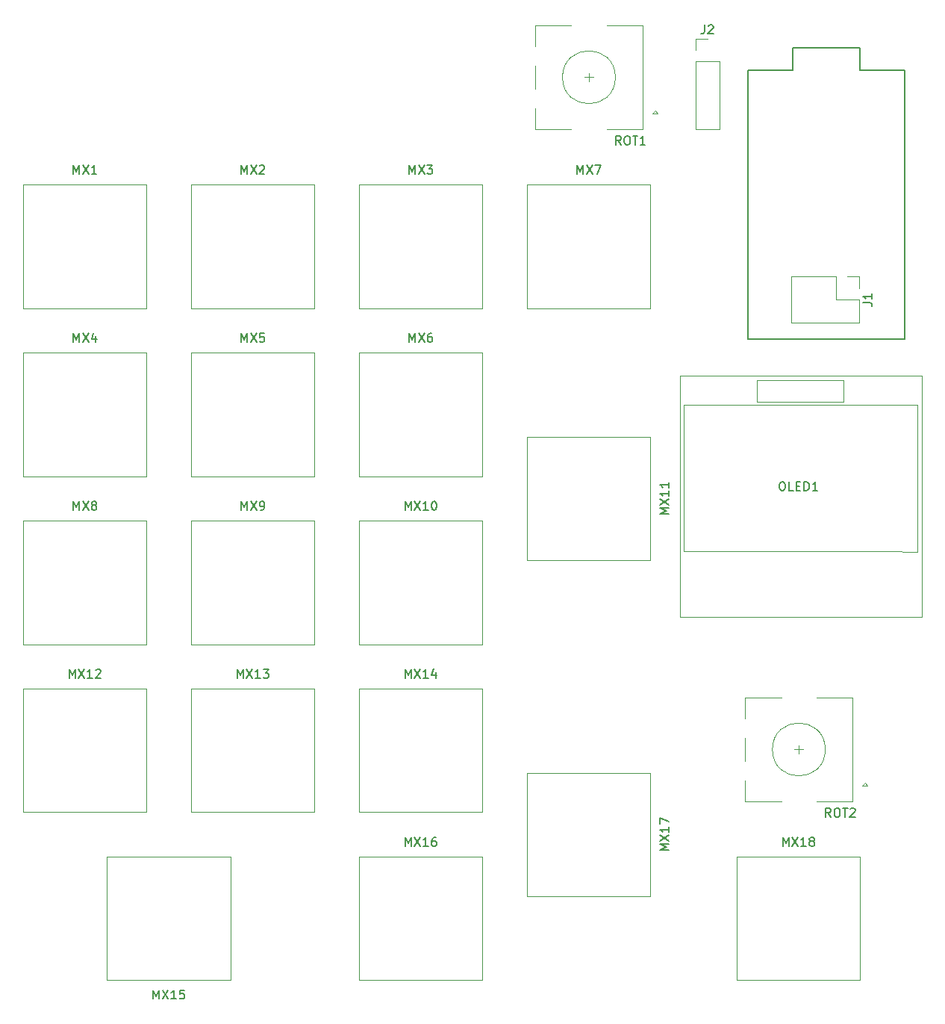
<source format=gto>
%TF.GenerationSoftware,KiCad,Pcbnew,(5.1.10)-1*%
%TF.CreationDate,2021-11-21T22:57:30-05:00*%
%TF.ProjectId,numpad,6e756d70-6164-42e6-9b69-6361645f7063,rev?*%
%TF.SameCoordinates,Original*%
%TF.FileFunction,Legend,Top*%
%TF.FilePolarity,Positive*%
%FSLAX46Y46*%
G04 Gerber Fmt 4.6, Leading zero omitted, Abs format (unit mm)*
G04 Created by KiCad (PCBNEW (5.1.10)-1) date 2021-11-21 22:57:30*
%MOMM*%
%LPD*%
G01*
G04 APERTURE LIST*
%ADD10C,0.120000*%
%ADD11C,0.150000*%
%ADD12C,3.050000*%
%ADD13C,4.000000*%
%ADD14C,3.000000*%
%ADD15C,1.750000*%
%ADD16C,6.400000*%
%ADD17C,1.600000*%
%ADD18R,1.600000X1.600000*%
%ADD19O,1.700000X1.700000*%
%ADD20R,1.700000X1.700000*%
%ADD21R,2.000000X2.000000*%
%ADD22C,2.000000*%
%ADD23R,3.200000X2.000000*%
%ADD24O,1.600000X2.000000*%
G04 APERTURE END LIST*
D10*
%TO.C,MX17*%
X153040800Y-148565200D02*
X139040800Y-148565200D01*
X153040800Y-148565200D02*
X153040800Y-162565200D01*
X153040800Y-162565200D02*
X139040800Y-162565200D01*
X139040800Y-162565200D02*
X139040800Y-148565200D01*
%TO.C,MX15*%
X105418800Y-172089600D02*
X105418800Y-158089600D01*
X105418800Y-172089600D02*
X91418800Y-172089600D01*
X91418800Y-172089600D02*
X91418800Y-158089600D01*
X91418800Y-158089600D02*
X105418800Y-158089600D01*
%TO.C,MX11*%
X153040800Y-110467600D02*
X139040800Y-110467600D01*
X153040800Y-110467600D02*
X153040800Y-124467600D01*
X153040800Y-124467600D02*
X139040800Y-124467600D01*
X139040800Y-124467600D02*
X139040800Y-110467600D01*
D11*
%TO.C,U1*%
X164136600Y-68892200D02*
X164136600Y-99372200D01*
X164136600Y-68892200D02*
X169216600Y-68892200D01*
X169216600Y-68892200D02*
X169216600Y-66352200D01*
X169216600Y-66352200D02*
X176836600Y-66352200D01*
X176836600Y-66352200D02*
X176836600Y-68892200D01*
X176836600Y-68892200D02*
X181916600Y-68892200D01*
X181916600Y-68892200D02*
X181916600Y-99372200D01*
X181916600Y-99372200D02*
X164136600Y-99372200D01*
D10*
%TO.C,MX18*%
X176851800Y-172089600D02*
X162851800Y-172089600D01*
X176851800Y-158089600D02*
X176851800Y-172089600D01*
X162851800Y-158089600D02*
X176851800Y-158089600D01*
X162851800Y-158089600D02*
X162851800Y-172089600D01*
%TO.C,MX16*%
X133992000Y-172089600D02*
X119992000Y-172089600D01*
X133992000Y-158089600D02*
X133992000Y-172089600D01*
X119992000Y-158089600D02*
X133992000Y-158089600D01*
X119992000Y-158089600D02*
X119992000Y-172089600D01*
%TO.C,MX10*%
X133992000Y-133992000D02*
X119992000Y-133992000D01*
X133992000Y-119992000D02*
X133992000Y-133992000D01*
X119992000Y-119992000D02*
X133992000Y-119992000D01*
X119992000Y-119992000D02*
X119992000Y-133992000D01*
%TO.C,MX9*%
X114943200Y-133992000D02*
X100943200Y-133992000D01*
X114943200Y-119992000D02*
X114943200Y-133992000D01*
X100943200Y-119992000D02*
X114943200Y-119992000D01*
X100943200Y-119992000D02*
X100943200Y-133992000D01*
%TO.C,MX8*%
X95894400Y-133992000D02*
X81894400Y-133992000D01*
X95894400Y-119992000D02*
X95894400Y-133992000D01*
X81894400Y-119992000D02*
X95894400Y-119992000D01*
X81894400Y-119992000D02*
X81894400Y-133992000D01*
%TO.C,MX7*%
X153040800Y-95894400D02*
X139040800Y-95894400D01*
X153040800Y-81894400D02*
X153040800Y-95894400D01*
X139040800Y-81894400D02*
X153040800Y-81894400D01*
X139040800Y-81894400D02*
X139040800Y-95894400D01*
%TO.C,MX3*%
X133992000Y-95894400D02*
X119992000Y-95894400D01*
X133992000Y-81894400D02*
X133992000Y-95894400D01*
X119992000Y-81894400D02*
X133992000Y-81894400D01*
X119992000Y-81894400D02*
X119992000Y-95894400D01*
%TO.C,MX2*%
X114943200Y-95894400D02*
X100943200Y-95894400D01*
X114943200Y-81894400D02*
X114943200Y-95894400D01*
X100943200Y-81894400D02*
X114943200Y-81894400D01*
X100943200Y-81894400D02*
X100943200Y-95894400D01*
%TO.C,MX1*%
X95894400Y-95894400D02*
X81894400Y-95894400D01*
X95894400Y-81894400D02*
X95894400Y-95894400D01*
X81894400Y-81894400D02*
X95894400Y-81894400D01*
X81894400Y-81894400D02*
X81894400Y-95894400D01*
%TO.C,MX4*%
X95894400Y-114943200D02*
X81894400Y-114943200D01*
X95894400Y-100943200D02*
X95894400Y-114943200D01*
X81894400Y-100943200D02*
X95894400Y-100943200D01*
X81894400Y-100943200D02*
X81894400Y-114943200D01*
%TO.C,MX14*%
X133992000Y-153040800D02*
X119992000Y-153040800D01*
X133992000Y-139040800D02*
X133992000Y-153040800D01*
X119992000Y-139040800D02*
X133992000Y-139040800D01*
X119992000Y-139040800D02*
X119992000Y-153040800D01*
%TO.C,MX13*%
X114943200Y-153040800D02*
X100943200Y-153040800D01*
X114943200Y-139040800D02*
X114943200Y-153040800D01*
X100943200Y-139040800D02*
X114943200Y-139040800D01*
X100943200Y-139040800D02*
X100943200Y-153040800D01*
%TO.C,MX12*%
X95894400Y-153040800D02*
X81894400Y-153040800D01*
X95894400Y-139040800D02*
X95894400Y-153040800D01*
X81894400Y-139040800D02*
X95894400Y-139040800D01*
X81894400Y-139040800D02*
X81894400Y-153040800D01*
%TO.C,MX6*%
X133992000Y-114943200D02*
X119992000Y-114943200D01*
X133992000Y-100943200D02*
X133992000Y-114943200D01*
X119992000Y-100943200D02*
X133992000Y-100943200D01*
X119992000Y-100943200D02*
X119992000Y-114943200D01*
%TO.C,MX5*%
X114943200Y-114943200D02*
X100943200Y-114943200D01*
X114943200Y-100943200D02*
X114943200Y-114943200D01*
X100943200Y-100943200D02*
X114943200Y-100943200D01*
X100943200Y-100943200D02*
X100943200Y-114943200D01*
%TO.C,J2*%
X158203700Y-75620800D02*
X160863700Y-75620800D01*
X158203700Y-67940800D02*
X158203700Y-75620800D01*
X160863700Y-67940800D02*
X160863700Y-75620800D01*
X158203700Y-67940800D02*
X160863700Y-67940800D01*
X158203700Y-66670800D02*
X158203700Y-65340800D01*
X158203700Y-65340800D02*
X159533700Y-65340800D01*
%TO.C,J1*%
X168997700Y-92326600D02*
X168997700Y-97526600D01*
X174137700Y-92326600D02*
X168997700Y-92326600D01*
X176737700Y-97526600D02*
X168997700Y-97526600D01*
X174137700Y-92326600D02*
X174137700Y-94926600D01*
X174137700Y-94926600D02*
X176737700Y-94926600D01*
X176737700Y-94926600D02*
X176737700Y-97526600D01*
X175407700Y-92326600D02*
X176737700Y-92326600D01*
X176737700Y-92326600D02*
X176737700Y-93656600D01*
%TO.C,ROT2*%
X170391950Y-145921900D02*
X169391950Y-145921900D01*
X169891950Y-146421900D02*
X169891950Y-145421900D01*
X163791950Y-142421900D02*
X163791950Y-140021900D01*
X163791950Y-147221900D02*
X163791950Y-144621900D01*
X163791950Y-151821900D02*
X163791950Y-149421900D01*
X177091950Y-150021900D02*
X177391950Y-149721900D01*
X177691950Y-150021900D02*
X177091950Y-150021900D01*
X177391950Y-149721900D02*
X177691950Y-150021900D01*
X175991950Y-151821900D02*
X175991950Y-140021900D01*
X171891950Y-151821900D02*
X175991950Y-151821900D01*
X171891950Y-140021900D02*
X175991950Y-140021900D01*
X163791950Y-140021900D02*
X167891950Y-140021900D01*
X167891950Y-151821900D02*
X163791950Y-151821900D01*
X172891950Y-145921900D02*
G75*
G03*
X172891950Y-145921900I-3000000J0D01*
G01*
%TO.C,ROT1*%
X146580950Y-69726700D02*
X145580950Y-69726700D01*
X146080950Y-70226700D02*
X146080950Y-69226700D01*
X139980950Y-66226700D02*
X139980950Y-63826700D01*
X139980950Y-71026700D02*
X139980950Y-68426700D01*
X139980950Y-75626700D02*
X139980950Y-73226700D01*
X153280950Y-73826700D02*
X153580950Y-73526700D01*
X153880950Y-73826700D02*
X153280950Y-73826700D01*
X153580950Y-73526700D02*
X153880950Y-73826700D01*
X152180950Y-75626700D02*
X152180950Y-63826700D01*
X148080950Y-75626700D02*
X152180950Y-75626700D01*
X148080950Y-63826700D02*
X152180950Y-63826700D01*
X139980950Y-63826700D02*
X144080950Y-63826700D01*
X144080950Y-75626700D02*
X139980950Y-75626700D01*
X149080950Y-69726700D02*
G75*
G03*
X149080950Y-69726700I-3000000J0D01*
G01*
%TO.C,OLED1*%
X183313800Y-106863200D02*
X183059800Y-106875200D01*
X183313800Y-123500200D02*
X183313800Y-106863200D01*
X179973800Y-123475200D02*
X183313800Y-123500200D01*
X179973800Y-106875200D02*
X183059800Y-106875200D01*
X165152800Y-104069200D02*
X165152800Y-106482200D01*
X174931800Y-106482200D02*
X165152800Y-106482200D01*
X174931800Y-104069200D02*
X174931800Y-106482200D01*
X165152800Y-104069200D02*
X174931800Y-104069200D01*
X156873800Y-106875200D02*
X179973800Y-106875200D01*
X156873800Y-123475200D02*
X156873800Y-106875200D01*
X179973800Y-123475200D02*
X156873800Y-123475200D01*
X156451800Y-130880200D02*
X156451800Y-103580200D01*
X183851800Y-130880200D02*
X156451800Y-130880200D01*
X183851800Y-103580200D02*
X183851800Y-130880200D01*
X156451800Y-103580200D02*
X183851800Y-103580200D01*
%TO.C,MX17*%
D11*
X155155680Y-157327104D02*
X154155680Y-157327104D01*
X154869966Y-156993771D01*
X154155680Y-156660438D01*
X155155680Y-156660438D01*
X154155680Y-156279485D02*
X155155680Y-155612819D01*
X154155680Y-155612819D02*
X155155680Y-156279485D01*
X155155680Y-154708057D02*
X155155680Y-155279485D01*
X155155680Y-154993771D02*
X154155680Y-154993771D01*
X154298538Y-155089009D01*
X154393776Y-155184247D01*
X154441395Y-155279485D01*
X154155680Y-154374723D02*
X154155680Y-153708057D01*
X155155680Y-154136628D01*
%TO.C,MX15*%
X96656895Y-174204480D02*
X96656895Y-173204480D01*
X96990228Y-173918766D01*
X97323561Y-173204480D01*
X97323561Y-174204480D01*
X97704514Y-173204480D02*
X98371180Y-174204480D01*
X98371180Y-173204480D02*
X97704514Y-174204480D01*
X99275942Y-174204480D02*
X98704514Y-174204480D01*
X98990228Y-174204480D02*
X98990228Y-173204480D01*
X98894990Y-173347338D01*
X98799752Y-173442576D01*
X98704514Y-173490195D01*
X100180704Y-173204480D02*
X99704514Y-173204480D01*
X99656895Y-173680671D01*
X99704514Y-173633052D01*
X99799752Y-173585433D01*
X100037847Y-173585433D01*
X100133085Y-173633052D01*
X100180704Y-173680671D01*
X100228323Y-173775909D01*
X100228323Y-174014004D01*
X100180704Y-174109242D01*
X100133085Y-174156861D01*
X100037847Y-174204480D01*
X99799752Y-174204480D01*
X99704514Y-174156861D01*
X99656895Y-174109242D01*
%TO.C,MX11*%
X155155680Y-119229504D02*
X154155680Y-119229504D01*
X154869966Y-118896171D01*
X154155680Y-118562838D01*
X155155680Y-118562838D01*
X154155680Y-118181885D02*
X155155680Y-117515219D01*
X154155680Y-117515219D02*
X155155680Y-118181885D01*
X155155680Y-116610457D02*
X155155680Y-117181885D01*
X155155680Y-116896171D02*
X154155680Y-116896171D01*
X154298538Y-116991409D01*
X154393776Y-117086647D01*
X154441395Y-117181885D01*
X155155680Y-115658076D02*
X155155680Y-116229504D01*
X155155680Y-115943790D02*
X154155680Y-115943790D01*
X154298538Y-116039028D01*
X154393776Y-116134266D01*
X154441395Y-116229504D01*
%TO.C,MX18*%
X168089895Y-156879480D02*
X168089895Y-155879480D01*
X168423228Y-156593766D01*
X168756561Y-155879480D01*
X168756561Y-156879480D01*
X169137514Y-155879480D02*
X169804180Y-156879480D01*
X169804180Y-155879480D02*
X169137514Y-156879480D01*
X170708942Y-156879480D02*
X170137514Y-156879480D01*
X170423228Y-156879480D02*
X170423228Y-155879480D01*
X170327990Y-156022338D01*
X170232752Y-156117576D01*
X170137514Y-156165195D01*
X171280371Y-156308052D02*
X171185133Y-156260433D01*
X171137514Y-156212814D01*
X171089895Y-156117576D01*
X171089895Y-156069957D01*
X171137514Y-155974719D01*
X171185133Y-155927100D01*
X171280371Y-155879480D01*
X171470847Y-155879480D01*
X171566085Y-155927100D01*
X171613704Y-155974719D01*
X171661323Y-156069957D01*
X171661323Y-156117576D01*
X171613704Y-156212814D01*
X171566085Y-156260433D01*
X171470847Y-156308052D01*
X171280371Y-156308052D01*
X171185133Y-156355671D01*
X171137514Y-156403290D01*
X171089895Y-156498528D01*
X171089895Y-156689004D01*
X171137514Y-156784242D01*
X171185133Y-156831861D01*
X171280371Y-156879480D01*
X171470847Y-156879480D01*
X171566085Y-156831861D01*
X171613704Y-156784242D01*
X171661323Y-156689004D01*
X171661323Y-156498528D01*
X171613704Y-156403290D01*
X171566085Y-156355671D01*
X171470847Y-156308052D01*
%TO.C,MX16*%
X125230095Y-156879480D02*
X125230095Y-155879480D01*
X125563428Y-156593766D01*
X125896761Y-155879480D01*
X125896761Y-156879480D01*
X126277714Y-155879480D02*
X126944380Y-156879480D01*
X126944380Y-155879480D02*
X126277714Y-156879480D01*
X127849142Y-156879480D02*
X127277714Y-156879480D01*
X127563428Y-156879480D02*
X127563428Y-155879480D01*
X127468190Y-156022338D01*
X127372952Y-156117576D01*
X127277714Y-156165195D01*
X128706285Y-155879480D02*
X128515809Y-155879480D01*
X128420571Y-155927100D01*
X128372952Y-155974719D01*
X128277714Y-156117576D01*
X128230095Y-156308052D01*
X128230095Y-156689004D01*
X128277714Y-156784242D01*
X128325333Y-156831861D01*
X128420571Y-156879480D01*
X128611047Y-156879480D01*
X128706285Y-156831861D01*
X128753904Y-156784242D01*
X128801523Y-156689004D01*
X128801523Y-156450909D01*
X128753904Y-156355671D01*
X128706285Y-156308052D01*
X128611047Y-156260433D01*
X128420571Y-156260433D01*
X128325333Y-156308052D01*
X128277714Y-156355671D01*
X128230095Y-156450909D01*
%TO.C,MX10*%
X125230095Y-118781880D02*
X125230095Y-117781880D01*
X125563428Y-118496166D01*
X125896761Y-117781880D01*
X125896761Y-118781880D01*
X126277714Y-117781880D02*
X126944380Y-118781880D01*
X126944380Y-117781880D02*
X126277714Y-118781880D01*
X127849142Y-118781880D02*
X127277714Y-118781880D01*
X127563428Y-118781880D02*
X127563428Y-117781880D01*
X127468190Y-117924738D01*
X127372952Y-118019976D01*
X127277714Y-118067595D01*
X128468190Y-117781880D02*
X128563428Y-117781880D01*
X128658666Y-117829500D01*
X128706285Y-117877119D01*
X128753904Y-117972357D01*
X128801523Y-118162833D01*
X128801523Y-118400928D01*
X128753904Y-118591404D01*
X128706285Y-118686642D01*
X128658666Y-118734261D01*
X128563428Y-118781880D01*
X128468190Y-118781880D01*
X128372952Y-118734261D01*
X128325333Y-118686642D01*
X128277714Y-118591404D01*
X128230095Y-118400928D01*
X128230095Y-118162833D01*
X128277714Y-117972357D01*
X128325333Y-117877119D01*
X128372952Y-117829500D01*
X128468190Y-117781880D01*
%TO.C,MX9*%
X106657485Y-118781880D02*
X106657485Y-117781880D01*
X106990819Y-118496166D01*
X107324152Y-117781880D01*
X107324152Y-118781880D01*
X107705104Y-117781880D02*
X108371771Y-118781880D01*
X108371771Y-117781880D02*
X107705104Y-118781880D01*
X108800342Y-118781880D02*
X108990819Y-118781880D01*
X109086057Y-118734261D01*
X109133676Y-118686642D01*
X109228914Y-118543785D01*
X109276533Y-118353309D01*
X109276533Y-117972357D01*
X109228914Y-117877119D01*
X109181295Y-117829500D01*
X109086057Y-117781880D01*
X108895580Y-117781880D01*
X108800342Y-117829500D01*
X108752723Y-117877119D01*
X108705104Y-117972357D01*
X108705104Y-118210452D01*
X108752723Y-118305690D01*
X108800342Y-118353309D01*
X108895580Y-118400928D01*
X109086057Y-118400928D01*
X109181295Y-118353309D01*
X109228914Y-118305690D01*
X109276533Y-118210452D01*
%TO.C,MX8*%
X87608685Y-118781880D02*
X87608685Y-117781880D01*
X87942019Y-118496166D01*
X88275352Y-117781880D01*
X88275352Y-118781880D01*
X88656304Y-117781880D02*
X89322971Y-118781880D01*
X89322971Y-117781880D02*
X88656304Y-118781880D01*
X89846780Y-118210452D02*
X89751542Y-118162833D01*
X89703923Y-118115214D01*
X89656304Y-118019976D01*
X89656304Y-117972357D01*
X89703923Y-117877119D01*
X89751542Y-117829500D01*
X89846780Y-117781880D01*
X90037257Y-117781880D01*
X90132495Y-117829500D01*
X90180114Y-117877119D01*
X90227733Y-117972357D01*
X90227733Y-118019976D01*
X90180114Y-118115214D01*
X90132495Y-118162833D01*
X90037257Y-118210452D01*
X89846780Y-118210452D01*
X89751542Y-118258071D01*
X89703923Y-118305690D01*
X89656304Y-118400928D01*
X89656304Y-118591404D01*
X89703923Y-118686642D01*
X89751542Y-118734261D01*
X89846780Y-118781880D01*
X90037257Y-118781880D01*
X90132495Y-118734261D01*
X90180114Y-118686642D01*
X90227733Y-118591404D01*
X90227733Y-118400928D01*
X90180114Y-118305690D01*
X90132495Y-118258071D01*
X90037257Y-118210452D01*
%TO.C,MX7*%
X144755085Y-80684280D02*
X144755085Y-79684280D01*
X145088419Y-80398566D01*
X145421752Y-79684280D01*
X145421752Y-80684280D01*
X145802704Y-79684280D02*
X146469371Y-80684280D01*
X146469371Y-79684280D02*
X145802704Y-80684280D01*
X146755085Y-79684280D02*
X147421752Y-79684280D01*
X146993180Y-80684280D01*
%TO.C,MX3*%
X125706285Y-80684280D02*
X125706285Y-79684280D01*
X126039619Y-80398566D01*
X126372952Y-79684280D01*
X126372952Y-80684280D01*
X126753904Y-79684280D02*
X127420571Y-80684280D01*
X127420571Y-79684280D02*
X126753904Y-80684280D01*
X127706285Y-79684280D02*
X128325333Y-79684280D01*
X127992000Y-80065233D01*
X128134857Y-80065233D01*
X128230095Y-80112852D01*
X128277714Y-80160471D01*
X128325333Y-80255709D01*
X128325333Y-80493804D01*
X128277714Y-80589042D01*
X128230095Y-80636661D01*
X128134857Y-80684280D01*
X127849142Y-80684280D01*
X127753904Y-80636661D01*
X127706285Y-80589042D01*
%TO.C,MX2*%
X106657485Y-80684280D02*
X106657485Y-79684280D01*
X106990819Y-80398566D01*
X107324152Y-79684280D01*
X107324152Y-80684280D01*
X107705104Y-79684280D02*
X108371771Y-80684280D01*
X108371771Y-79684280D02*
X107705104Y-80684280D01*
X108705104Y-79779519D02*
X108752723Y-79731900D01*
X108847961Y-79684280D01*
X109086057Y-79684280D01*
X109181295Y-79731900D01*
X109228914Y-79779519D01*
X109276533Y-79874757D01*
X109276533Y-79969995D01*
X109228914Y-80112852D01*
X108657485Y-80684280D01*
X109276533Y-80684280D01*
%TO.C,MX1*%
X87608685Y-80684280D02*
X87608685Y-79684280D01*
X87942019Y-80398566D01*
X88275352Y-79684280D01*
X88275352Y-80684280D01*
X88656304Y-79684280D02*
X89322971Y-80684280D01*
X89322971Y-79684280D02*
X88656304Y-80684280D01*
X90227733Y-80684280D02*
X89656304Y-80684280D01*
X89942019Y-80684280D02*
X89942019Y-79684280D01*
X89846780Y-79827138D01*
X89751542Y-79922376D01*
X89656304Y-79969995D01*
%TO.C,MX4*%
X87608685Y-99733080D02*
X87608685Y-98733080D01*
X87942019Y-99447366D01*
X88275352Y-98733080D01*
X88275352Y-99733080D01*
X88656304Y-98733080D02*
X89322971Y-99733080D01*
X89322971Y-98733080D02*
X88656304Y-99733080D01*
X90132495Y-99066414D02*
X90132495Y-99733080D01*
X89894400Y-98685461D02*
X89656304Y-99399747D01*
X90275352Y-99399747D01*
%TO.C,MX14*%
X125230095Y-137830680D02*
X125230095Y-136830680D01*
X125563428Y-137544966D01*
X125896761Y-136830680D01*
X125896761Y-137830680D01*
X126277714Y-136830680D02*
X126944380Y-137830680D01*
X126944380Y-136830680D02*
X126277714Y-137830680D01*
X127849142Y-137830680D02*
X127277714Y-137830680D01*
X127563428Y-137830680D02*
X127563428Y-136830680D01*
X127468190Y-136973538D01*
X127372952Y-137068776D01*
X127277714Y-137116395D01*
X128706285Y-137164014D02*
X128706285Y-137830680D01*
X128468190Y-136783061D02*
X128230095Y-137497347D01*
X128849142Y-137497347D01*
%TO.C,MX13*%
X106181295Y-137830680D02*
X106181295Y-136830680D01*
X106514628Y-137544966D01*
X106847961Y-136830680D01*
X106847961Y-137830680D01*
X107228914Y-136830680D02*
X107895580Y-137830680D01*
X107895580Y-136830680D02*
X107228914Y-137830680D01*
X108800342Y-137830680D02*
X108228914Y-137830680D01*
X108514628Y-137830680D02*
X108514628Y-136830680D01*
X108419390Y-136973538D01*
X108324152Y-137068776D01*
X108228914Y-137116395D01*
X109133676Y-136830680D02*
X109752723Y-136830680D01*
X109419390Y-137211633D01*
X109562247Y-137211633D01*
X109657485Y-137259252D01*
X109705104Y-137306871D01*
X109752723Y-137402109D01*
X109752723Y-137640204D01*
X109705104Y-137735442D01*
X109657485Y-137783061D01*
X109562247Y-137830680D01*
X109276533Y-137830680D01*
X109181295Y-137783061D01*
X109133676Y-137735442D01*
%TO.C,MX12*%
X87132495Y-137830680D02*
X87132495Y-136830680D01*
X87465828Y-137544966D01*
X87799161Y-136830680D01*
X87799161Y-137830680D01*
X88180114Y-136830680D02*
X88846780Y-137830680D01*
X88846780Y-136830680D02*
X88180114Y-137830680D01*
X89751542Y-137830680D02*
X89180114Y-137830680D01*
X89465828Y-137830680D02*
X89465828Y-136830680D01*
X89370590Y-136973538D01*
X89275352Y-137068776D01*
X89180114Y-137116395D01*
X90132495Y-136925919D02*
X90180114Y-136878300D01*
X90275352Y-136830680D01*
X90513447Y-136830680D01*
X90608685Y-136878300D01*
X90656304Y-136925919D01*
X90703923Y-137021157D01*
X90703923Y-137116395D01*
X90656304Y-137259252D01*
X90084876Y-137830680D01*
X90703923Y-137830680D01*
%TO.C,MX6*%
X125706285Y-99733080D02*
X125706285Y-98733080D01*
X126039619Y-99447366D01*
X126372952Y-98733080D01*
X126372952Y-99733080D01*
X126753904Y-98733080D02*
X127420571Y-99733080D01*
X127420571Y-98733080D02*
X126753904Y-99733080D01*
X128230095Y-98733080D02*
X128039619Y-98733080D01*
X127944380Y-98780700D01*
X127896761Y-98828319D01*
X127801523Y-98971176D01*
X127753904Y-99161652D01*
X127753904Y-99542604D01*
X127801523Y-99637842D01*
X127849142Y-99685461D01*
X127944380Y-99733080D01*
X128134857Y-99733080D01*
X128230095Y-99685461D01*
X128277714Y-99637842D01*
X128325333Y-99542604D01*
X128325333Y-99304509D01*
X128277714Y-99209271D01*
X128230095Y-99161652D01*
X128134857Y-99114033D01*
X127944380Y-99114033D01*
X127849142Y-99161652D01*
X127801523Y-99209271D01*
X127753904Y-99304509D01*
%TO.C,MX5*%
X106657485Y-99733080D02*
X106657485Y-98733080D01*
X106990819Y-99447366D01*
X107324152Y-98733080D01*
X107324152Y-99733080D01*
X107705104Y-98733080D02*
X108371771Y-99733080D01*
X108371771Y-98733080D02*
X107705104Y-99733080D01*
X109228914Y-98733080D02*
X108752723Y-98733080D01*
X108705104Y-99209271D01*
X108752723Y-99161652D01*
X108847961Y-99114033D01*
X109086057Y-99114033D01*
X109181295Y-99161652D01*
X109228914Y-99209271D01*
X109276533Y-99304509D01*
X109276533Y-99542604D01*
X109228914Y-99637842D01*
X109181295Y-99685461D01*
X109086057Y-99733080D01*
X108847961Y-99733080D01*
X108752723Y-99685461D01*
X108705104Y-99637842D01*
%TO.C,J2*%
X159200366Y-63793180D02*
X159200366Y-64507466D01*
X159152747Y-64650323D01*
X159057509Y-64745561D01*
X158914652Y-64793180D01*
X158819414Y-64793180D01*
X159628938Y-63888419D02*
X159676557Y-63840800D01*
X159771795Y-63793180D01*
X160009890Y-63793180D01*
X160105128Y-63840800D01*
X160152747Y-63888419D01*
X160200366Y-63983657D01*
X160200366Y-64078895D01*
X160152747Y-64221752D01*
X159581319Y-64793180D01*
X160200366Y-64793180D01*
%TO.C,J1*%
X177190080Y-95259933D02*
X177904366Y-95259933D01*
X178047223Y-95307552D01*
X178142461Y-95402790D01*
X178190080Y-95545647D01*
X178190080Y-95640885D01*
X178190080Y-94259933D02*
X178190080Y-94831361D01*
X178190080Y-94545647D02*
X177190080Y-94545647D01*
X177332938Y-94640885D01*
X177428176Y-94736123D01*
X177475795Y-94831361D01*
%TO.C,ROT2*%
X173520521Y-153574280D02*
X173187188Y-153098090D01*
X172949092Y-153574280D02*
X172949092Y-152574280D01*
X173330045Y-152574280D01*
X173425283Y-152621900D01*
X173472902Y-152669519D01*
X173520521Y-152764757D01*
X173520521Y-152907614D01*
X173472902Y-153002852D01*
X173425283Y-153050471D01*
X173330045Y-153098090D01*
X172949092Y-153098090D01*
X174139569Y-152574280D02*
X174330045Y-152574280D01*
X174425283Y-152621900D01*
X174520521Y-152717138D01*
X174568140Y-152907614D01*
X174568140Y-153240947D01*
X174520521Y-153431423D01*
X174425283Y-153526661D01*
X174330045Y-153574280D01*
X174139569Y-153574280D01*
X174044330Y-153526661D01*
X173949092Y-153431423D01*
X173901473Y-153240947D01*
X173901473Y-152907614D01*
X173949092Y-152717138D01*
X174044330Y-152621900D01*
X174139569Y-152574280D01*
X174853854Y-152574280D02*
X175425283Y-152574280D01*
X175139569Y-153574280D02*
X175139569Y-152574280D01*
X175710997Y-152669519D02*
X175758616Y-152621900D01*
X175853854Y-152574280D01*
X176091950Y-152574280D01*
X176187188Y-152621900D01*
X176234807Y-152669519D01*
X176282426Y-152764757D01*
X176282426Y-152859995D01*
X176234807Y-153002852D01*
X175663378Y-153574280D01*
X176282426Y-153574280D01*
%TO.C,ROT1*%
X149709521Y-77379080D02*
X149376188Y-76902890D01*
X149138092Y-77379080D02*
X149138092Y-76379080D01*
X149519045Y-76379080D01*
X149614283Y-76426700D01*
X149661902Y-76474319D01*
X149709521Y-76569557D01*
X149709521Y-76712414D01*
X149661902Y-76807652D01*
X149614283Y-76855271D01*
X149519045Y-76902890D01*
X149138092Y-76902890D01*
X150328569Y-76379080D02*
X150519045Y-76379080D01*
X150614283Y-76426700D01*
X150709521Y-76521938D01*
X150757140Y-76712414D01*
X150757140Y-77045747D01*
X150709521Y-77236223D01*
X150614283Y-77331461D01*
X150519045Y-77379080D01*
X150328569Y-77379080D01*
X150233330Y-77331461D01*
X150138092Y-77236223D01*
X150090473Y-77045747D01*
X150090473Y-76712414D01*
X150138092Y-76521938D01*
X150233330Y-76426700D01*
X150328569Y-76379080D01*
X151042854Y-76379080D02*
X151614283Y-76379080D01*
X151328569Y-77379080D02*
X151328569Y-76379080D01*
X152471426Y-77379080D02*
X151899997Y-77379080D01*
X152185711Y-77379080D02*
X152185711Y-76379080D01*
X152090473Y-76521938D01*
X151995235Y-76617176D01*
X151899997Y-76664795D01*
%TO.C,OLED1*%
X167923228Y-115586580D02*
X168113704Y-115586580D01*
X168208942Y-115634200D01*
X168304180Y-115729438D01*
X168351800Y-115919914D01*
X168351800Y-116253247D01*
X168304180Y-116443723D01*
X168208942Y-116538961D01*
X168113704Y-116586580D01*
X167923228Y-116586580D01*
X167827990Y-116538961D01*
X167732752Y-116443723D01*
X167685133Y-116253247D01*
X167685133Y-115919914D01*
X167732752Y-115729438D01*
X167827990Y-115634200D01*
X167923228Y-115586580D01*
X169256561Y-116586580D02*
X168780371Y-116586580D01*
X168780371Y-115586580D01*
X169589895Y-116062771D02*
X169923228Y-116062771D01*
X170066085Y-116586580D02*
X169589895Y-116586580D01*
X169589895Y-115586580D01*
X170066085Y-115586580D01*
X170494657Y-116586580D02*
X170494657Y-115586580D01*
X170732752Y-115586580D01*
X170875609Y-115634200D01*
X170970847Y-115729438D01*
X171018466Y-115824676D01*
X171066085Y-116015152D01*
X171066085Y-116158009D01*
X171018466Y-116348485D01*
X170970847Y-116443723D01*
X170875609Y-116538961D01*
X170732752Y-116586580D01*
X170494657Y-116586580D01*
X172018466Y-116586580D02*
X171447038Y-116586580D01*
X171732752Y-116586580D02*
X171732752Y-115586580D01*
X171637514Y-115729438D01*
X171542276Y-115824676D01*
X171447038Y-115872295D01*
%TD*%
%LPC*%
D12*
%TO.C,MX17*%
X153040800Y-167503200D03*
D13*
X137800800Y-167503200D03*
X137800800Y-143627200D03*
D12*
X153040800Y-143627200D03*
D14*
X151120800Y-158105200D03*
X148580800Y-151755200D03*
D15*
X146040800Y-160645200D03*
X146040800Y-150485200D03*
D13*
X146040800Y-155565200D03*
%TD*%
D12*
%TO.C,MX15*%
X86480800Y-172089600D03*
D13*
X86480800Y-156849600D03*
X110356800Y-156849600D03*
D12*
X110356800Y-172089600D03*
D14*
X95878800Y-170169600D03*
X102228800Y-167629600D03*
D15*
X93338800Y-165089600D03*
X103498800Y-165089600D03*
D13*
X98418800Y-165089600D03*
%TD*%
D12*
%TO.C,MX11*%
X153040800Y-129405600D03*
D13*
X137800800Y-129405600D03*
X137800800Y-105529600D03*
D12*
X153040800Y-105529600D03*
D14*
X151120800Y-120007600D03*
X148580800Y-113657600D03*
D15*
X146040800Y-122547600D03*
X146040800Y-112387600D03*
D13*
X146040800Y-117467600D03*
%TD*%
D16*
%TO.C,H4*%
X98418800Y-98418800D03*
%TD*%
%TO.C,H3*%
X156358900Y-99212500D03*
%TD*%
%TO.C,H2*%
X169851800Y-134929000D03*
%TD*%
%TO.C,H1*%
X116673900Y-170645500D03*
%TD*%
D17*
%TO.C,U1*%
X180646600Y-70162200D03*
X180646600Y-72702200D03*
X180646600Y-75242200D03*
X180646600Y-77782200D03*
X180646600Y-80322200D03*
X180646600Y-82862200D03*
X180646600Y-85402200D03*
X180646600Y-87942200D03*
X180646600Y-90482200D03*
X180646600Y-93022200D03*
X180646600Y-95562200D03*
X180646600Y-98102200D03*
X165406600Y-98102200D03*
X165406600Y-95562200D03*
X165406600Y-93022200D03*
X165406600Y-90482200D03*
X165406600Y-87942200D03*
X165406600Y-85402200D03*
X165406600Y-82862200D03*
X165406600Y-80322200D03*
X165406600Y-77782200D03*
X165406600Y-75242200D03*
X165406600Y-72702200D03*
D18*
X165406600Y-70162200D03*
%TD*%
D14*
%TO.C,MX18*%
X172391800Y-160009600D03*
X166041800Y-162549600D03*
D15*
X174931800Y-165089600D03*
X164771800Y-165089600D03*
D13*
X169851800Y-165089600D03*
%TD*%
D14*
%TO.C,MX16*%
X129532000Y-160009600D03*
X123182000Y-162549600D03*
D15*
X132072000Y-165089600D03*
X121912000Y-165089600D03*
D13*
X126992000Y-165089600D03*
%TD*%
D14*
%TO.C,MX10*%
X129532000Y-121912000D03*
X123182000Y-124452000D03*
D15*
X132072000Y-126992000D03*
X121912000Y-126992000D03*
D13*
X126992000Y-126992000D03*
%TD*%
D14*
%TO.C,MX9*%
X110483200Y-121912000D03*
X104133200Y-124452000D03*
D15*
X113023200Y-126992000D03*
X102863200Y-126992000D03*
D13*
X107943200Y-126992000D03*
%TD*%
D14*
%TO.C,MX8*%
X91434400Y-121912000D03*
X85084400Y-124452000D03*
D15*
X93974400Y-126992000D03*
X83814400Y-126992000D03*
D13*
X88894400Y-126992000D03*
%TD*%
D14*
%TO.C,MX7*%
X148580800Y-83814400D03*
X142230800Y-86354400D03*
D15*
X151120800Y-88894400D03*
X140960800Y-88894400D03*
D13*
X146040800Y-88894400D03*
%TD*%
D14*
%TO.C,MX3*%
X129532000Y-83814400D03*
X123182000Y-86354400D03*
D15*
X132072000Y-88894400D03*
X121912000Y-88894400D03*
D13*
X126992000Y-88894400D03*
%TD*%
D14*
%TO.C,MX2*%
X110483200Y-83814400D03*
X104133200Y-86354400D03*
D15*
X113023200Y-88894400D03*
X102863200Y-88894400D03*
D13*
X107943200Y-88894400D03*
%TD*%
D14*
%TO.C,MX1*%
X91434400Y-83814400D03*
X85084400Y-86354400D03*
D15*
X93974400Y-88894400D03*
X83814400Y-88894400D03*
D13*
X88894400Y-88894400D03*
%TD*%
D14*
%TO.C,MX4*%
X91434400Y-102863200D03*
X85084400Y-105403200D03*
D15*
X93974400Y-107943200D03*
X83814400Y-107943200D03*
D13*
X88894400Y-107943200D03*
%TD*%
D14*
%TO.C,MX14*%
X129532000Y-140960800D03*
X123182000Y-143500800D03*
D15*
X132072000Y-146040800D03*
X121912000Y-146040800D03*
D13*
X126992000Y-146040800D03*
%TD*%
D14*
%TO.C,MX13*%
X110483200Y-140960800D03*
X104133200Y-143500800D03*
D15*
X113023200Y-146040800D03*
X102863200Y-146040800D03*
D13*
X107943200Y-146040800D03*
%TD*%
D14*
%TO.C,MX12*%
X91434400Y-140960800D03*
X85084400Y-143500800D03*
D15*
X93974400Y-146040800D03*
X83814400Y-146040800D03*
D13*
X88894400Y-146040800D03*
%TD*%
D14*
%TO.C,MX6*%
X129532000Y-102863200D03*
X123182000Y-105403200D03*
D15*
X132072000Y-107943200D03*
X121912000Y-107943200D03*
D13*
X126992000Y-107943200D03*
%TD*%
D14*
%TO.C,MX5*%
X110483200Y-102863200D03*
X104133200Y-105403200D03*
D15*
X113023200Y-107943200D03*
X102863200Y-107943200D03*
D13*
X107943200Y-107943200D03*
%TD*%
D19*
%TO.C,J2*%
X159533700Y-74290800D03*
X159533700Y-71750800D03*
X159533700Y-69210800D03*
D20*
X159533700Y-66670800D03*
%TD*%
D19*
%TO.C,J1*%
X170327700Y-96196600D03*
X170327700Y-93656600D03*
X172867700Y-96196600D03*
X172867700Y-93656600D03*
X175407700Y-96196600D03*
D20*
X175407700Y-93656600D03*
%TD*%
D21*
%TO.C,ROT2*%
X177391950Y-148421900D03*
D22*
X177391950Y-145921900D03*
X177391950Y-143421900D03*
D23*
X169891950Y-151521900D03*
X169891950Y-140321900D03*
D22*
X162891950Y-148421900D03*
X162891950Y-143421900D03*
%TD*%
D21*
%TO.C,ROT1*%
X153580950Y-72226700D03*
D22*
X153580950Y-69726700D03*
X153580950Y-67226700D03*
D23*
X146080950Y-75326700D03*
X146080950Y-64126700D03*
D22*
X139080950Y-72226700D03*
X139080950Y-67226700D03*
%TD*%
D24*
%TO.C,OLED1*%
X168771800Y-105280200D03*
X166231800Y-105280200D03*
X171311800Y-105280200D03*
X173851800Y-105280200D03*
%TD*%
M02*

</source>
